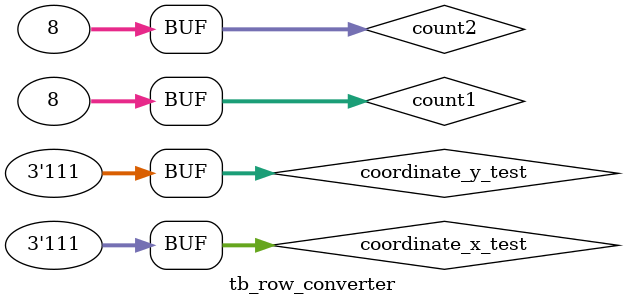
<source format=v>
module tb_row_converter();

reg [2:0] coordinate_y_test;

reg [2:0] coordinate_x_test;

wire [7:0] row1_test,row2_test,row3_test,row4_test,row5_test,row6_test,row7_test,row8_test;

integer count1;
integer count2;


row_converter port_map(
.coordinate_y(coordinate_y_test),
.coordinate_x(coordinate_x_test),
.row1(row1_test),
.row2(row2_test),
.row3(row3_test),
.row4(row4_test),
.row5(row5_test),
.row6(row6_test),
.row7(row7_test),
.row8(row8_test)

);

always begin
for (count1 = 0; count1 < 8; count1 = count1 + 1) begin
		coordinate_y_test = count1;
		for (count2 = 0; count2 < 8; count2 = count2 + 1) begin
			coordinate_x_test = count2;
			#5;
		end
		#5;
end

end



endmodule
</source>
